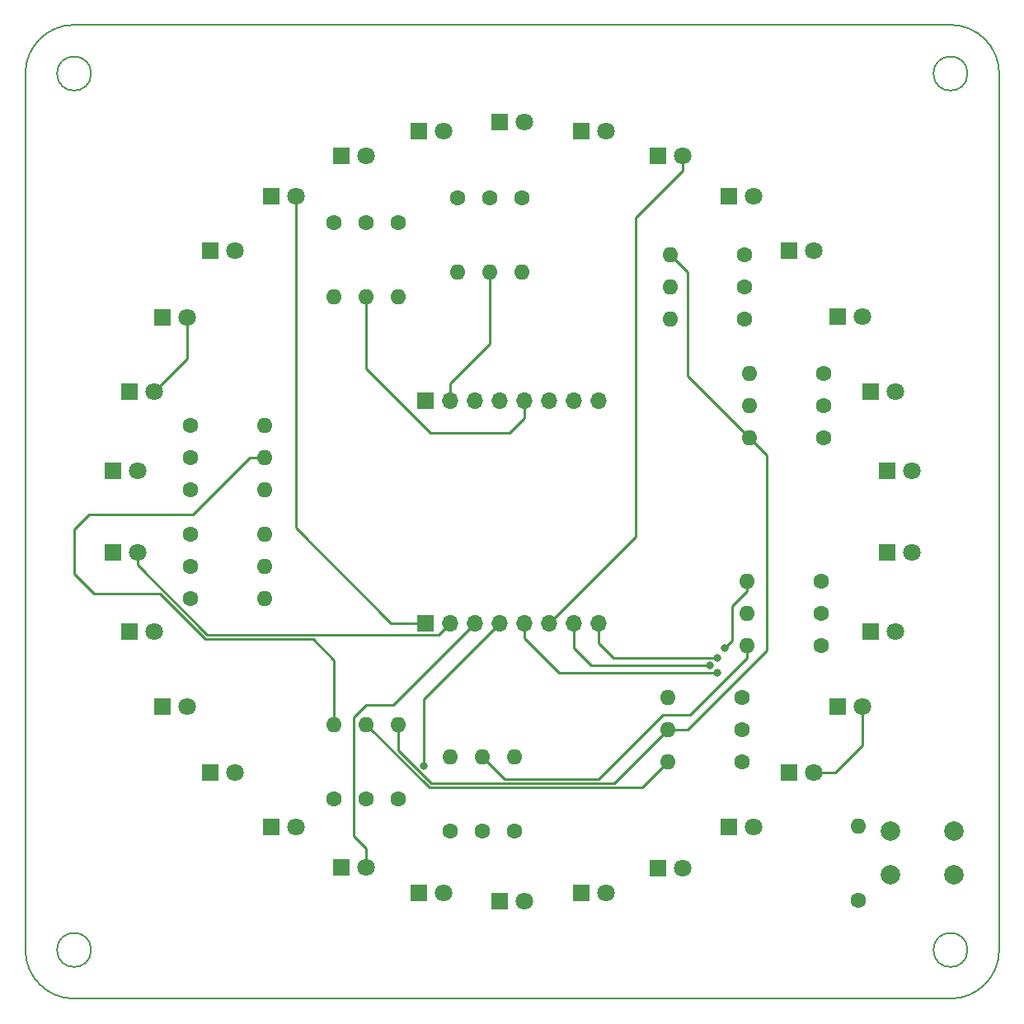
<source format=gbr>
%TF.GenerationSoftware,KiCad,Pcbnew,6.0.2+dfsg-1*%
%TF.CreationDate,2024-09-01T22:19:58+09:00*%
%TF.ProjectId,roulette,726f756c-6574-4746-952e-6b696361645f,A*%
%TF.SameCoordinates,Original*%
%TF.FileFunction,Copper,L1,Top*%
%TF.FilePolarity,Positive*%
%FSLAX46Y46*%
G04 Gerber Fmt 4.6, Leading zero omitted, Abs format (unit mm)*
G04 Created by KiCad (PCBNEW 6.0.2+dfsg-1) date 2024-09-01 22:19:58*
%MOMM*%
%LPD*%
G01*
G04 APERTURE LIST*
%TA.AperFunction,Profile*%
%ADD10C,0.200000*%
%TD*%
%TA.AperFunction,ComponentPad*%
%ADD11C,1.600000*%
%TD*%
%TA.AperFunction,ComponentPad*%
%ADD12O,1.600000X1.600000*%
%TD*%
%TA.AperFunction,ComponentPad*%
%ADD13R,1.800000X1.800000*%
%TD*%
%TA.AperFunction,ComponentPad*%
%ADD14C,1.800000*%
%TD*%
%TA.AperFunction,ComponentPad*%
%ADD15C,2.000000*%
%TD*%
%TA.AperFunction,ComponentPad*%
%ADD16R,1.700000X1.700000*%
%TD*%
%TA.AperFunction,ComponentPad*%
%ADD17O,1.700000X1.700000*%
%TD*%
%TA.AperFunction,ViaPad*%
%ADD18C,0.800000*%
%TD*%
%TA.AperFunction,Conductor*%
%ADD19C,0.250000*%
%TD*%
G04 APERTURE END LIST*
D10*
X83750000Y-56600000D02*
G75*
G03*
X83750000Y-56600000I-1750000J0D01*
G01*
X172000000Y-51600000D02*
X82000000Y-51600000D01*
X82000000Y-51600000D02*
G75*
G03*
X77000000Y-56600000I0J-5000000D01*
G01*
X173750000Y-146600000D02*
G75*
G03*
X173750000Y-146600000I-1750000J0D01*
G01*
X172000000Y-151600000D02*
G75*
G03*
X177000000Y-146600000I0J5000000D01*
G01*
X177000000Y-146600000D02*
X177000000Y-56600000D01*
X83750000Y-146600000D02*
G75*
G03*
X83750000Y-146600000I-1750000J0D01*
G01*
X177000000Y-56600000D02*
G75*
G03*
X172000000Y-51600000I-5000000J0D01*
G01*
X173750000Y-56600000D02*
G75*
G03*
X173750000Y-56600000I-1750000J0D01*
G01*
X77000000Y-146600000D02*
X77000000Y-56600000D01*
X77000000Y-146600000D02*
G75*
G03*
X82000000Y-151600000I5000000J0D01*
G01*
X172000000Y-151600000D02*
X82000000Y-151600000D01*
D11*
%TO.P,R31,1*%
%TO.N,Net-(D30-Pad1)*%
X150876000Y-75184000D03*
D12*
%TO.P,R31,2*%
%TO.N,/efr32xg24_explorer_kit/PB04*%
X143256000Y-75184000D03*
%TD*%
D13*
%TO.P,D11,1,K*%
%TO.N,Net-(D11-Pad1)*%
X87680800Y-113944400D03*
D14*
%TO.P,D11,2,A*%
%TO.N,/efr32xg24_explorer_kit/PC00*%
X90220800Y-113944400D03*
%TD*%
D13*
%TO.P,D4,1,K*%
%TO.N,Net-(D4-Pad1)*%
X109474000Y-65074800D03*
D14*
%TO.P,D4,2,A*%
%TO.N,/efr32xg24_explorer_kit/PB00*%
X112014000Y-65074800D03*
%TD*%
D13*
%TO.P,D10,1,K*%
%TO.N,Net-(D10-Pad1)*%
X85953600Y-105765600D03*
D14*
%TO.P,D10,2,A*%
%TO.N,/efr32xg24_explorer_kit/PC08*%
X88493600Y-105765600D03*
%TD*%
D11*
%TO.P,R14,1*%
%TO.N,Net-(D13-Pad1)*%
X108712000Y-131064000D03*
D12*
%TO.P,R14,2*%
%TO.N,/efr32xg24_explorer_kit/PD05*%
X108712000Y-123444000D03*
%TD*%
D13*
%TO.P,D3,1,K*%
%TO.N,Net-(D3-Pad1)*%
X117398800Y-62484000D03*
D14*
%TO.P,D3,2,A*%
%TO.N,/efr32xg24_explorer_kit/PB00*%
X119938800Y-62484000D03*
%TD*%
D11*
%TO.P,R10,1*%
%TO.N,Net-(D9-Pad1)*%
X93980000Y-99314000D03*
D12*
%TO.P,R10,2*%
%TO.N,/efr32xg24_explorer_kit/PD04*%
X101600000Y-99314000D03*
%TD*%
D13*
%TO.P,D28,1,K*%
%TO.N,Net-(D28-Pad1)*%
X155448000Y-74828400D03*
D14*
%TO.P,D28,2,A*%
%TO.N,/efr32xg24_explorer_kit/PC03*%
X157988000Y-74828400D03*
%TD*%
D11*
%TO.P,R1,1*%
%TO.N,+3V3*%
X162560000Y-141478000D03*
D12*
%TO.P,R1,2*%
%TO.N,/efr32xg24_explorer_kit/PB05*%
X162560000Y-133858000D03*
%TD*%
D11*
%TO.P,R29,1*%
%TO.N,Net-(D28-Pad1)*%
X150876000Y-81788000D03*
D12*
%TO.P,R29,2*%
%TO.N,/efr32xg24_explorer_kit/PD05*%
X143256000Y-81788000D03*
%TD*%
D11*
%TO.P,R9,1*%
%TO.N,Net-(D8-Pad1)*%
X93980000Y-96012000D03*
D12*
%TO.P,R9,2*%
%TO.N,/efr32xg24_explorer_kit/PD05*%
X101600000Y-96012000D03*
%TD*%
D13*
%TO.P,D5,1,K*%
%TO.N,Net-(D5-Pad1)*%
X102209600Y-69240400D03*
D14*
%TO.P,D5,2,A*%
%TO.N,/efr32xg24_explorer_kit/PB00*%
X104749600Y-69240400D03*
%TD*%
D11*
%TO.P,R22,1*%
%TO.N,Net-(D21-Pad1)*%
X150622000Y-120650000D03*
D12*
%TO.P,R22,2*%
%TO.N,/efr32xg24_explorer_kit/PA00*%
X143002000Y-120650000D03*
%TD*%
D13*
%TO.P,D15,1,K*%
%TO.N,Net-(D15-Pad1)*%
X109474000Y-138125200D03*
D14*
%TO.P,D15,2,A*%
%TO.N,/efr32xg24_explorer_kit/PC00*%
X112014000Y-138125200D03*
%TD*%
D11*
%TO.P,R27,1*%
%TO.N,Net-(D26-Pad1)*%
X159004000Y-90678000D03*
D12*
%TO.P,R27,2*%
%TO.N,/efr32xg24_explorer_kit/PA00*%
X151384000Y-90678000D03*
%TD*%
D11*
%TO.P,R25,1*%
%TO.N,Net-(D24-Pad1)*%
X158750000Y-108712000D03*
D12*
%TO.P,R25,2*%
%TO.N,/efr32xg24_explorer_kit/PD04*%
X151130000Y-108712000D03*
%TD*%
D13*
%TO.P,D14,1,K*%
%TO.N,Net-(D14-Pad1)*%
X102209600Y-133959600D03*
D14*
%TO.P,D14,2,A*%
%TO.N,/efr32xg24_explorer_kit/PC00*%
X104749600Y-133959600D03*
%TD*%
D13*
%TO.P,D9,1,K*%
%TO.N,Net-(D9-Pad1)*%
X85953600Y-97434400D03*
D14*
%TO.P,D9,2,A*%
%TO.N,/efr32xg24_explorer_kit/PC08*%
X88493600Y-97434400D03*
%TD*%
D11*
%TO.P,R30,1*%
%TO.N,Net-(D29-Pad1)*%
X150876000Y-78486000D03*
D12*
%TO.P,R30,2*%
%TO.N,/efr32xg24_explorer_kit/PD04*%
X143256000Y-78486000D03*
%TD*%
D13*
%TO.P,D23,1,K*%
%TO.N,Net-(D23-Pad1)*%
X163779200Y-113944400D03*
D14*
%TO.P,D23,2,A*%
%TO.N,/efr32xg24_explorer_kit/PC02*%
X166319200Y-113944400D03*
%TD*%
D11*
%TO.P,R2,1*%
%TO.N,Net-(D1-Pad1)*%
X128016000Y-69342000D03*
D12*
%TO.P,R2,2*%
%TO.N,/efr32xg24_explorer_kit/PA00*%
X128016000Y-76962000D03*
%TD*%
D13*
%TO.P,D2,1,K*%
%TO.N,Net-(D2-Pad1)*%
X125730000Y-61595000D03*
D14*
%TO.P,D2,2,A*%
%TO.N,/efr32xg24_explorer_kit/PB00*%
X128270000Y-61595000D03*
%TD*%
D11*
%TO.P,R3,1*%
%TO.N,Net-(D2-Pad1)*%
X124714000Y-69342000D03*
D12*
%TO.P,R3,2*%
%TO.N,/efr32xg24_explorer_kit/PB01*%
X124714000Y-76962000D03*
%TD*%
D11*
%TO.P,R28,1*%
%TO.N,Net-(D27-Pad1)*%
X159004000Y-87376000D03*
D12*
%TO.P,R28,2*%
%TO.N,/efr32xg24_explorer_kit/PB01*%
X151384000Y-87376000D03*
%TD*%
D13*
%TO.P,D1,1,K*%
%TO.N,Net-(D1-Pad1)*%
X134056200Y-62484000D03*
D14*
%TO.P,D1,2,A*%
%TO.N,/efr32xg24_explorer_kit/PB00*%
X136596200Y-62484000D03*
%TD*%
D11*
%TO.P,R26,1*%
%TO.N,Net-(D25-Pad1)*%
X159004000Y-93980000D03*
D12*
%TO.P,R26,2*%
%TO.N,/efr32xg24_explorer_kit/PB04*%
X151384000Y-93980000D03*
%TD*%
D13*
%TO.P,D22,1,K*%
%TO.N,Net-(D22-Pad1)*%
X160375600Y-121615200D03*
D14*
%TO.P,D22,2,A*%
%TO.N,/efr32xg24_explorer_kit/PC02*%
X162915600Y-121615200D03*
%TD*%
D13*
%TO.P,D27,1,K*%
%TO.N,Net-(D27-Pad1)*%
X160375600Y-81584800D03*
D14*
%TO.P,D27,2,A*%
%TO.N,/efr32xg24_explorer_kit/PC03*%
X162915600Y-81584800D03*
%TD*%
D13*
%TO.P,D25,1,K*%
%TO.N,Net-(D25-Pad1)*%
X165506400Y-97434400D03*
D14*
%TO.P,D25,2,A*%
%TO.N,/efr32xg24_explorer_kit/PC02*%
X168046400Y-97434400D03*
%TD*%
D11*
%TO.P,R12,1*%
%TO.N,Net-(D11-Pad1)*%
X93980000Y-107188000D03*
D12*
%TO.P,R12,2*%
%TO.N,/efr32xg24_explorer_kit/PA00*%
X101600000Y-107188000D03*
%TD*%
D11*
%TO.P,R7,1*%
%TO.N,Net-(D6-Pad1)*%
X108712000Y-71882000D03*
D12*
%TO.P,R7,2*%
%TO.N,/efr32xg24_explorer_kit/PA00*%
X108712000Y-79502000D03*
%TD*%
D11*
%TO.P,R23,1*%
%TO.N,Net-(D22-Pad1)*%
X158750000Y-115316000D03*
D12*
%TO.P,R23,2*%
%TO.N,/efr32xg24_explorer_kit/PB01*%
X151130000Y-115316000D03*
%TD*%
D11*
%TO.P,R4,1*%
%TO.N,Net-(D3-Pad1)*%
X121412000Y-69342000D03*
D12*
%TO.P,R4,2*%
%TO.N,/efr32xg24_explorer_kit/PD05*%
X121412000Y-76962000D03*
%TD*%
D11*
%TO.P,R6,1*%
%TO.N,Net-(D5-Pad1)*%
X112014000Y-71882000D03*
D12*
%TO.P,R6,2*%
%TO.N,/efr32xg24_explorer_kit/PB04*%
X112014000Y-79502000D03*
%TD*%
D13*
%TO.P,D16,1,K*%
%TO.N,Net-(D16-Pad1)*%
X117398800Y-140716000D03*
D14*
%TO.P,D16,2,A*%
%TO.N,/efr32xg24_explorer_kit/PC01*%
X119938800Y-140716000D03*
%TD*%
D11*
%TO.P,R24,1*%
%TO.N,Net-(D23-Pad1)*%
X158750000Y-112014000D03*
D12*
%TO.P,R24,2*%
%TO.N,/efr32xg24_explorer_kit/PD05*%
X151130000Y-112014000D03*
%TD*%
D11*
%TO.P,R16,1*%
%TO.N,Net-(D15-Pad1)*%
X115316000Y-131064000D03*
D12*
%TO.P,R16,2*%
%TO.N,/efr32xg24_explorer_kit/PB04*%
X115316000Y-123444000D03*
%TD*%
D13*
%TO.P,D29,1,K*%
%TO.N,Net-(D29-Pad1)*%
X149250400Y-69240400D03*
D14*
%TO.P,D29,2,A*%
%TO.N,/efr32xg24_explorer_kit/PC03*%
X151790400Y-69240400D03*
%TD*%
D13*
%TO.P,D6,1,K*%
%TO.N,Net-(D6-Pad1)*%
X96012000Y-74828400D03*
D14*
%TO.P,D6,2,A*%
%TO.N,/efr32xg24_explorer_kit/PC08*%
X98552000Y-74828400D03*
%TD*%
D15*
%TO.P,SW1,1,1*%
%TO.N,/efr32xg24_explorer_kit/PB05*%
X172362000Y-134366000D03*
X165862000Y-134366000D03*
%TO.P,SW1,2,2*%
%TO.N,GND*%
X165862000Y-138866000D03*
X172362000Y-138866000D03*
%TD*%
D13*
%TO.P,D12,1,K*%
%TO.N,Net-(D12-Pad1)*%
X91084400Y-121615200D03*
D14*
%TO.P,D12,2,A*%
%TO.N,/efr32xg24_explorer_kit/PC00*%
X93624400Y-121615200D03*
%TD*%
D13*
%TO.P,D21,1,K*%
%TO.N,Net-(D21-Pad1)*%
X155448000Y-128371600D03*
D14*
%TO.P,D21,2,A*%
%TO.N,/efr32xg24_explorer_kit/PC02*%
X157988000Y-128371600D03*
%TD*%
D13*
%TO.P,D8,1,K*%
%TO.N,Net-(D8-Pad1)*%
X87680800Y-89255600D03*
D14*
%TO.P,D8,2,A*%
%TO.N,/efr32xg24_explorer_kit/PC08*%
X90220800Y-89255600D03*
%TD*%
D13*
%TO.P,D13,1,K*%
%TO.N,Net-(D13-Pad1)*%
X96012000Y-128371600D03*
D14*
%TO.P,D13,2,A*%
%TO.N,/efr32xg24_explorer_kit/PC00*%
X98552000Y-128371600D03*
%TD*%
D11*
%TO.P,R11,1*%
%TO.N,Net-(D10-Pad1)*%
X93980000Y-103886000D03*
D12*
%TO.P,R11,2*%
%TO.N,/efr32xg24_explorer_kit/PB04*%
X101600000Y-103886000D03*
%TD*%
D11*
%TO.P,R15,1*%
%TO.N,Net-(D14-Pad1)*%
X112014000Y-131064000D03*
D12*
%TO.P,R15,2*%
%TO.N,/efr32xg24_explorer_kit/PD04*%
X112014000Y-123444000D03*
%TD*%
D11*
%TO.P,R20,1*%
%TO.N,Net-(D19-Pad1)*%
X150622000Y-127254000D03*
D12*
%TO.P,R20,2*%
%TO.N,/efr32xg24_explorer_kit/PD04*%
X143002000Y-127254000D03*
%TD*%
D11*
%TO.P,R19,1*%
%TO.N,Net-(D18-Pad1)*%
X127254000Y-134366000D03*
D12*
%TO.P,R19,2*%
%TO.N,/efr32xg24_explorer_kit/PD05*%
X127254000Y-126746000D03*
%TD*%
D13*
%TO.P,D17,1,K*%
%TO.N,Net-(D17-Pad1)*%
X125730000Y-141579600D03*
D14*
%TO.P,D17,2,A*%
%TO.N,/efr32xg24_explorer_kit/PC01*%
X128270000Y-141579600D03*
%TD*%
D11*
%TO.P,R17,1*%
%TO.N,Net-(D16-Pad1)*%
X120650000Y-134366000D03*
D12*
%TO.P,R17,2*%
%TO.N,/efr32xg24_explorer_kit/PA00*%
X120650000Y-126746000D03*
%TD*%
D13*
%TO.P,D7,1,K*%
%TO.N,Net-(D7-Pad1)*%
X91084400Y-81635600D03*
D14*
%TO.P,D7,2,A*%
%TO.N,/efr32xg24_explorer_kit/PC08*%
X93624400Y-81635600D03*
%TD*%
D13*
%TO.P,D26,1,K*%
%TO.N,Net-(D26-Pad1)*%
X163779200Y-89255600D03*
D14*
%TO.P,D26,2,A*%
%TO.N,/efr32xg24_explorer_kit/PC03*%
X166319200Y-89255600D03*
%TD*%
D13*
%TO.P,D18,1,K*%
%TO.N,Net-(D18-Pad1)*%
X134061200Y-140716000D03*
D14*
%TO.P,D18,2,A*%
%TO.N,/efr32xg24_explorer_kit/PC01*%
X136601200Y-140716000D03*
%TD*%
D13*
%TO.P,D30,1,K*%
%TO.N,Net-(D30-Pad1)*%
X141986000Y-65074800D03*
D14*
%TO.P,D30,2,A*%
%TO.N,/efr32xg24_explorer_kit/PC03*%
X144526000Y-65074800D03*
%TD*%
D11*
%TO.P,R13,1*%
%TO.N,Net-(D12-Pad1)*%
X93980000Y-110490000D03*
D12*
%TO.P,R13,2*%
%TO.N,/efr32xg24_explorer_kit/PB01*%
X101600000Y-110490000D03*
%TD*%
D11*
%TO.P,R18,1*%
%TO.N,Net-(D17-Pad1)*%
X123952000Y-134366000D03*
D12*
%TO.P,R18,2*%
%TO.N,/efr32xg24_explorer_kit/PB01*%
X123952000Y-126746000D03*
%TD*%
D13*
%TO.P,D24,1,K*%
%TO.N,Net-(D24-Pad1)*%
X165506400Y-105765600D03*
D14*
%TO.P,D24,2,A*%
%TO.N,/efr32xg24_explorer_kit/PC02*%
X168046400Y-105765600D03*
%TD*%
D11*
%TO.P,R5,1*%
%TO.N,Net-(D4-Pad1)*%
X115316000Y-71882000D03*
D12*
%TO.P,R5,2*%
%TO.N,/efr32xg24_explorer_kit/PD04*%
X115316000Y-79502000D03*
%TD*%
D11*
%TO.P,R21,1*%
%TO.N,Net-(D20-Pad1)*%
X150622000Y-123952000D03*
D12*
%TO.P,R21,2*%
%TO.N,/efr32xg24_explorer_kit/PB04*%
X143002000Y-123952000D03*
%TD*%
D13*
%TO.P,D20,1,K*%
%TO.N,Net-(D20-Pad1)*%
X149250400Y-133959600D03*
D14*
%TO.P,D20,2,A*%
%TO.N,/efr32xg24_explorer_kit/PC01*%
X151790400Y-133959600D03*
%TD*%
D11*
%TO.P,R8,1*%
%TO.N,Net-(D7-Pad1)*%
X93980000Y-92710000D03*
D12*
%TO.P,R8,2*%
%TO.N,/efr32xg24_explorer_kit/PB01*%
X101600000Y-92710000D03*
%TD*%
D13*
%TO.P,D19,1,K*%
%TO.N,Net-(D19-Pad1)*%
X141986000Y-138176000D03*
D14*
%TO.P,D19,2,A*%
%TO.N,/efr32xg24_explorer_kit/PC01*%
X144526000Y-138176000D03*
%TD*%
D16*
%TO.P,J2,1,Pin_1*%
%TO.N,/efr32xg24_explorer_kit/PA00*%
X118110000Y-90170000D03*
D17*
%TO.P,J2,2,Pin_2*%
%TO.N,/efr32xg24_explorer_kit/PB01*%
X120650000Y-90170000D03*
%TO.P,J2,3,Pin_3*%
%TO.N,/efr32xg24_explorer_kit/PD05*%
X123190000Y-90170000D03*
%TO.P,J2,4,Pin_4*%
%TO.N,/efr32xg24_explorer_kit/PD04*%
X125730000Y-90170000D03*
%TO.P,J2,5,Pin_5*%
%TO.N,/efr32xg24_explorer_kit/PB04*%
X128270000Y-90170000D03*
%TO.P,J2,6,Pin_6*%
%TO.N,/efr32xg24_explorer_kit/PB05*%
X130810000Y-90170000D03*
%TO.P,J2,7,Pin_7*%
%TO.N,+5V*%
X133350000Y-90170000D03*
%TO.P,J2,8,Pin_8*%
%TO.N,GND*%
X135890000Y-90170000D03*
%TD*%
D16*
%TO.P,J1,1,Pin_1*%
%TO.N,/efr32xg24_explorer_kit/PB00*%
X118110000Y-113030000D03*
D17*
%TO.P,J1,2,Pin_2*%
%TO.N,/efr32xg24_explorer_kit/PC08*%
X120650000Y-113030000D03*
%TO.P,J1,3,Pin_3*%
%TO.N,/efr32xg24_explorer_kit/PC00*%
X123190000Y-113030000D03*
%TO.P,J1,4,Pin_4*%
%TO.N,/efr32xg24_explorer_kit/PC01*%
X125730000Y-113030000D03*
%TO.P,J1,5,Pin_5*%
%TO.N,/efr32xg24_explorer_kit/PC02*%
X128270000Y-113030000D03*
%TO.P,J1,6,Pin_6*%
%TO.N,/efr32xg24_explorer_kit/PC03*%
X130810000Y-113030000D03*
%TO.P,J1,7,Pin_7*%
%TO.N,+3V3*%
X133350000Y-113030000D03*
%TO.P,J1,8,Pin_8*%
%TO.N,GND*%
X135890000Y-113030000D03*
%TD*%
D18*
%TO.N,/efr32xg24_explorer_kit/PC01*%
X117924158Y-127693842D03*
%TO.N,/efr32xg24_explorer_kit/PC02*%
X148082000Y-118110000D03*
%TO.N,+3V3*%
X147320000Y-117348000D03*
%TO.N,GND*%
X148082000Y-116586000D03*
%TO.N,/efr32xg24_explorer_kit/PD04*%
X148844000Y-115570000D03*
%TD*%
D19*
%TO.N,/efr32xg24_explorer_kit/PB00*%
X104749600Y-103225600D02*
X104749600Y-69240400D01*
X114554000Y-113030000D02*
X104749600Y-103225600D01*
X118110000Y-113030000D02*
X114554000Y-113030000D01*
%TO.N,/efr32xg24_explorer_kit/PC08*%
X93624400Y-85852000D02*
X90220800Y-89255600D01*
X93624400Y-81635600D02*
X93624400Y-85852000D01*
X95662511Y-114204511D02*
X88493600Y-107035600D01*
X119475489Y-114204511D02*
X95662511Y-114204511D01*
X120650000Y-113030000D02*
X119475489Y-114204511D01*
X88493600Y-107035600D02*
X88493600Y-105765600D01*
%TO.N,/efr32xg24_explorer_kit/PC00*%
X110744000Y-122682000D02*
X110744000Y-134874000D01*
X110744000Y-134874000D02*
X112014000Y-136144000D01*
X114808000Y-121412000D02*
X112014000Y-121412000D01*
X123190000Y-113030000D02*
X114808000Y-121412000D01*
X112014000Y-121412000D02*
X110744000Y-122682000D01*
X112014000Y-136144000D02*
X112014000Y-138125200D01*
%TO.N,/efr32xg24_explorer_kit/PC01*%
X125730000Y-113030000D02*
X118110000Y-120650000D01*
X117924158Y-120835842D02*
X117924158Y-127693842D01*
X118110000Y-120650000D02*
X117924158Y-120835842D01*
%TO.N,/efr32xg24_explorer_kit/PC02*%
X131826000Y-118110000D02*
X128270000Y-114554000D01*
X160172400Y-128371600D02*
X157988000Y-128371600D01*
X162915600Y-125628400D02*
X160172400Y-128371600D01*
X148082000Y-118110000D02*
X131826000Y-118110000D01*
X128270000Y-114554000D02*
X128270000Y-113030000D01*
X162915600Y-121615200D02*
X162915600Y-125628400D01*
%TO.N,/efr32xg24_explorer_kit/PC03*%
X144526000Y-65074800D02*
X144526000Y-66548000D01*
X139700000Y-104140000D02*
X130810000Y-113030000D01*
X144526000Y-66548000D02*
X139700000Y-71374000D01*
X139700000Y-71374000D02*
X139700000Y-104140000D01*
%TO.N,+3V3*%
X133350000Y-115570000D02*
X133350000Y-113030000D01*
X147320000Y-117348000D02*
X135128000Y-117348000D01*
X135128000Y-117348000D02*
X133350000Y-115570000D01*
%TO.N,GND*%
X148082000Y-116586000D02*
X137414000Y-116586000D01*
X135890000Y-115062000D02*
X135890000Y-113030000D01*
X137414000Y-116586000D02*
X135890000Y-115062000D01*
%TO.N,/efr32xg24_explorer_kit/PB01*%
X151130000Y-116586000D02*
X145288000Y-122428000D01*
X151130000Y-115316000D02*
X151130000Y-116586000D01*
X126238000Y-129032000D02*
X123952000Y-126746000D01*
X124714000Y-84328000D02*
X124714000Y-76962000D01*
X135890000Y-129032000D02*
X126238000Y-129032000D01*
X120650000Y-88392000D02*
X124714000Y-84328000D01*
X145288000Y-122428000D02*
X142494000Y-122428000D01*
X120650000Y-90170000D02*
X120650000Y-88392000D01*
X142494000Y-122428000D02*
X135890000Y-129032000D01*
%TO.N,/efr32xg24_explorer_kit/PD05*%
X82042000Y-103378000D02*
X83566000Y-101854000D01*
X100076000Y-96012000D02*
X101600000Y-96012000D01*
X106526031Y-114654031D02*
X95476313Y-114654031D01*
X83566000Y-101854000D02*
X94234000Y-101854000D01*
X108712000Y-123444000D02*
X108712000Y-116840000D01*
X82042000Y-107950000D02*
X82042000Y-103378000D01*
X84074000Y-109982000D02*
X82042000Y-107950000D01*
X90804282Y-109982000D02*
X84074000Y-109982000D01*
X95476313Y-114654031D02*
X90804282Y-109982000D01*
X94234000Y-101854000D02*
X100076000Y-96012000D01*
X108712000Y-116840000D02*
X106526031Y-114654031D01*
%TO.N,/efr32xg24_explorer_kit/PD04*%
X143002000Y-127254000D02*
X140324960Y-129931040D01*
X151130000Y-109728000D02*
X151130000Y-108712000D01*
X149606000Y-111252000D02*
X151130000Y-109728000D01*
X118501040Y-129931040D02*
X112014000Y-123444000D01*
X149606000Y-114808000D02*
X149606000Y-111252000D01*
X148844000Y-115570000D02*
X149606000Y-114808000D01*
X140324960Y-129931040D02*
X118501040Y-129931040D01*
%TO.N,/efr32xg24_explorer_kit/PB04*%
X128270000Y-91948000D02*
X126746000Y-93472000D01*
X118618000Y-93472000D02*
X112776000Y-87630000D01*
X115316000Y-126110282D02*
X118687238Y-129481520D01*
X153162000Y-115824000D02*
X153162000Y-95758000D01*
X128270000Y-90170000D02*
X128270000Y-91948000D01*
X126746000Y-93472000D02*
X118618000Y-93472000D01*
X112776000Y-87630000D02*
X112014000Y-86868000D01*
X112014000Y-86868000D02*
X112014000Y-79502000D01*
X118687238Y-129481520D02*
X137472480Y-129481520D01*
X153162000Y-95758000D02*
X151384000Y-93980000D01*
X143256000Y-75184000D02*
X145034000Y-76962000D01*
X137472480Y-129481520D02*
X143002000Y-123952000D01*
X145034000Y-87630000D02*
X151384000Y-93980000D01*
X115316000Y-123444000D02*
X115316000Y-126110282D01*
X145034000Y-123952000D02*
X153162000Y-115824000D01*
X143002000Y-123952000D02*
X145034000Y-123952000D01*
X145034000Y-76962000D02*
X145034000Y-87630000D01*
%TD*%
M02*

</source>
